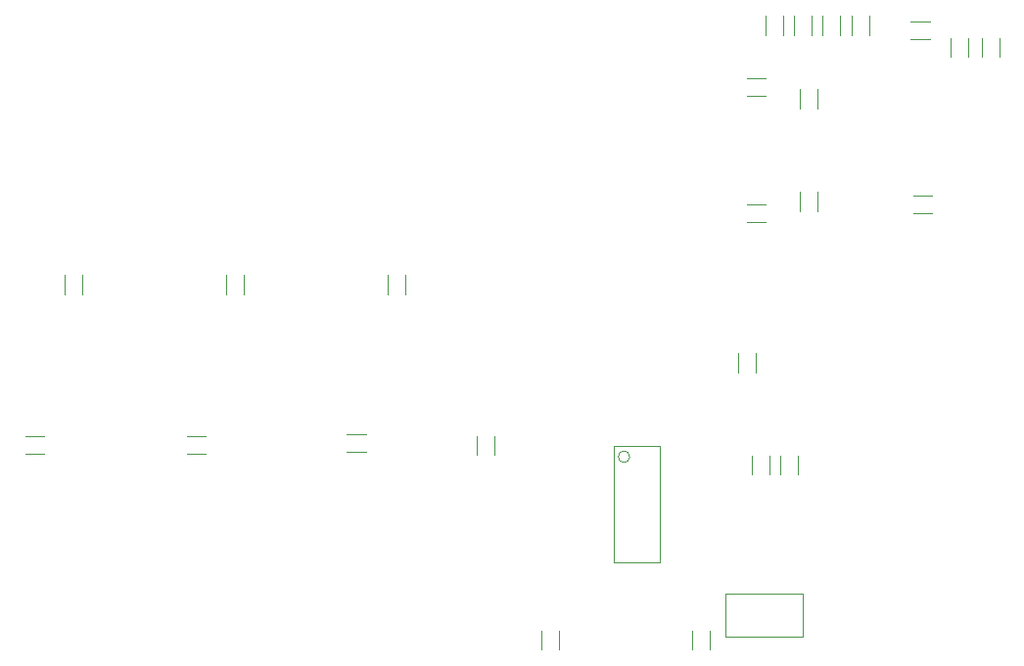
<source format=gbr>
%TF.GenerationSoftware,Altium Limited,Altium Designer,22.0.2 (36)*%
G04 Layer_Color=16711935*
%FSLAX45Y45*%
%MOMM*%
%TF.SameCoordinates,D2D0E374-18DE-4B15-8EA8-0B9E4DC8859C*%
%TF.FilePolarity,Positive*%
%TF.FileFunction,Other,Mechanical_13*%
%TF.Part,Single*%
G01*
G75*
%TA.AperFunction,NonConductor*%
%ADD63C,0.10000*%
D63*
X6937500Y2982500D02*
G03*
X6937500Y2982500I-50000J0D01*
G01*
X8853800Y6635000D02*
Y6800000D01*
X9006200Y6635000D02*
Y6800000D01*
X6797500Y2072500D02*
X7197500D01*
X6797500Y3072500D02*
X7197500D01*
Y2072500D02*
Y3072500D01*
X6797500Y2072500D02*
Y3072500D01*
X7873800Y3714000D02*
Y3879000D01*
X8026200Y3714000D02*
Y3879000D01*
X6176104Y1313620D02*
Y1478620D01*
X6328504Y1313620D02*
Y1478620D01*
X1707542Y3011717D02*
X1872542D01*
X1707542Y3164117D02*
X1872542D01*
X3104542Y3011717D02*
X3269542D01*
X3104542Y3164117D02*
X3269542D01*
X9367234Y6602300D02*
X9532234D01*
X9367234Y6754700D02*
X9532234D01*
X4492042Y3022600D02*
X4657042D01*
X4492042Y3175000D02*
X4657042D01*
X7949000Y5014561D02*
X8114000D01*
X7949000Y5166961D02*
X8114000D01*
X7948999Y6104560D02*
X8113999D01*
X7948999Y6256960D02*
X8113999D01*
X8392035Y2827500D02*
Y2992500D01*
X8239635Y2827500D02*
Y2992500D01*
X8146200Y2827500D02*
Y2992500D01*
X7993800Y2827500D02*
Y2992500D01*
X7476484Y1313620D02*
Y1478620D01*
X7628884Y1313620D02*
Y1478620D01*
X4843342Y4389855D02*
Y4554855D01*
X4995742Y4389855D02*
Y4554855D01*
X3446342Y4389855D02*
Y4554855D01*
X3598742Y4389855D02*
Y4554855D01*
X2049342Y4389855D02*
Y4554855D01*
X2201742Y4389855D02*
Y4554855D01*
X10136200Y6442500D02*
Y6607500D01*
X9983800Y6442500D02*
Y6607500D01*
X9388000Y5088560D02*
X9553000D01*
X9388000Y5240960D02*
X9553000D01*
X8407419Y5997760D02*
Y6162760D01*
X8559819Y5997760D02*
Y6162760D01*
X8559820Y5108760D02*
Y5273760D01*
X8407420Y5108760D02*
Y5273760D01*
X7763284Y1797500D02*
X8433284D01*
X7763284Y1427500D02*
X8433284D01*
Y1797500D01*
X7763284Y1427500D02*
Y1797500D01*
X5766200Y2996100D02*
Y3161100D01*
X5613800Y2996100D02*
Y3161100D01*
X8511200Y6635000D02*
Y6800000D01*
X8358800Y6635000D02*
Y6800000D01*
X9863700Y6442500D02*
Y6607500D01*
X9711300Y6442500D02*
Y6607500D01*
X8603800Y6635000D02*
Y6800000D01*
X8756200Y6635000D02*
Y6800000D01*
X8261200Y6635000D02*
Y6800000D01*
X8108800Y6635000D02*
Y6800000D01*
%TF.MD5,19cd4efd5a74adf7c2fbc8d174546bb9*%
M02*

</source>
